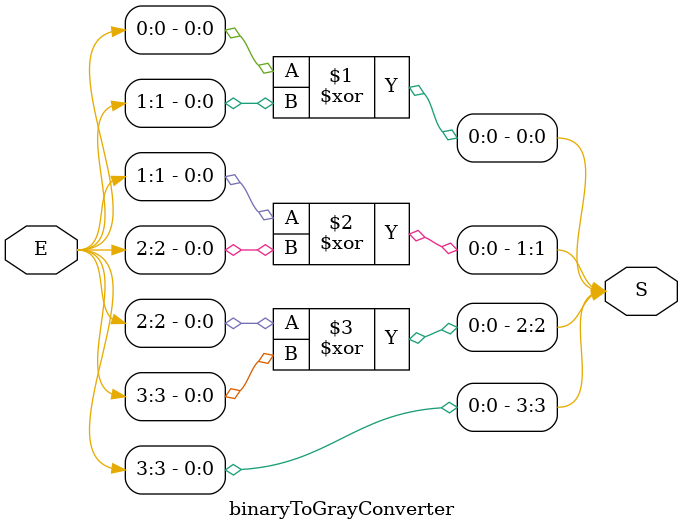
<source format=sv>
`timescale 1ns / 1ps

module binaryToGrayConverter(
    input logic[3:0]E,
    output logic[3:0]S
    );
    
    genvar i;
    generate
        for(i = 0 ;i<3;i++)begin
            assign S[i] = E[i]^E[i+1];
        end
    endgenerate
    
    assign S[3] = E[3];

endmodule

</source>
